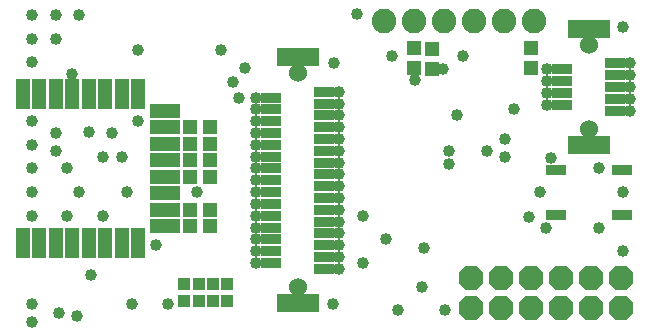
<source format=gts>
G75*
%MOIN*%
%OFA0B0*%
%FSLAX25Y25*%
%IPPOS*%
%LPD*%
%AMOC8*
5,1,8,0,0,1.08239X$1,22.5*
%
%ADD10R,0.03950X0.03950*%
%ADD11R,0.04737X0.05131*%
%ADD12R,0.10446X0.04737*%
%ADD13R,0.04737X0.10446*%
%ADD14C,0.08200*%
%ADD15R,0.05131X0.04737*%
%ADD16C,0.06000*%
%ADD17R,0.06706X0.03556*%
%ADD18R,0.14186X0.05918*%
%ADD19R,0.06800X0.03800*%
%ADD20OC8,0.08200*%
%ADD21C,0.03975*%
D10*
X0099031Y0025634D03*
X0103756Y0025634D03*
X0108480Y0025634D03*
X0113205Y0025634D03*
X0113205Y0031539D03*
X0108480Y0031539D03*
X0103756Y0031539D03*
X0099031Y0031539D03*
D11*
X0100803Y0050634D03*
X0107496Y0050634D03*
X0107496Y0056146D03*
X0100803Y0056146D03*
X0100803Y0067169D03*
X0107496Y0067169D03*
X0107496Y0072681D03*
X0100803Y0072681D03*
X0100803Y0078193D03*
X0100803Y0083705D03*
X0107496Y0083705D03*
X0107496Y0078193D03*
D12*
X0092713Y0078193D03*
X0092713Y0083705D03*
X0092713Y0089217D03*
X0092713Y0072681D03*
X0092713Y0067169D03*
X0092713Y0061657D03*
X0092713Y0056146D03*
X0092713Y0050634D03*
D13*
X0083677Y0045154D03*
X0078165Y0045142D03*
X0072654Y0045142D03*
X0067142Y0045142D03*
X0061630Y0045142D03*
X0056118Y0045142D03*
X0050606Y0045142D03*
X0045094Y0045142D03*
X0045094Y0094709D03*
X0050606Y0094709D03*
X0056118Y0094709D03*
X0061630Y0094709D03*
X0067142Y0094709D03*
X0072654Y0094709D03*
X0078165Y0094709D03*
X0083677Y0094709D03*
D14*
X0165567Y0119138D03*
X0175567Y0119138D03*
X0185567Y0119138D03*
X0195567Y0119138D03*
X0205567Y0119138D03*
X0215567Y0119138D03*
D15*
X0214717Y0109972D03*
X0214717Y0103280D03*
X0181709Y0103193D03*
X0175685Y0103280D03*
X0175685Y0109972D03*
X0181709Y0109886D03*
D16*
X0136794Y0101613D03*
X0136794Y0101606D03*
X0233772Y0111086D03*
X0233772Y0111094D03*
X0233772Y0083141D03*
X0233772Y0083133D03*
X0136794Y0030354D03*
X0136794Y0030346D03*
D17*
X0145652Y0036456D03*
X0145652Y0040393D03*
X0145652Y0044330D03*
X0145652Y0048267D03*
X0145652Y0052204D03*
X0145652Y0056141D03*
X0145652Y0060078D03*
X0145652Y0064015D03*
X0145652Y0067952D03*
X0145652Y0071889D03*
X0145652Y0075826D03*
X0145652Y0079763D03*
X0145652Y0083700D03*
X0145652Y0087637D03*
X0145652Y0091574D03*
X0145652Y0095511D03*
X0127935Y0093543D03*
X0127935Y0089606D03*
X0127935Y0085669D03*
X0127935Y0081731D03*
X0127935Y0077794D03*
X0127935Y0073857D03*
X0127935Y0069920D03*
X0127935Y0065983D03*
X0127935Y0062046D03*
X0127935Y0058109D03*
X0127935Y0054172D03*
X0127935Y0050235D03*
X0127935Y0046298D03*
X0127935Y0042361D03*
X0127935Y0038424D03*
X0224913Y0091212D03*
X0224913Y0095149D03*
X0224913Y0099086D03*
X0224913Y0103023D03*
X0242630Y0104991D03*
X0242630Y0101054D03*
X0242630Y0097117D03*
X0242630Y0093180D03*
X0242630Y0089243D03*
D18*
X0233772Y0077826D03*
X0233772Y0116409D03*
X0136794Y0106928D03*
X0136794Y0025039D03*
D19*
X0222854Y0054461D03*
X0222854Y0069461D03*
X0244854Y0069461D03*
X0244854Y0054461D03*
D20*
X0244701Y0033311D03*
X0234701Y0033311D03*
X0224701Y0033311D03*
X0214701Y0033311D03*
X0204701Y0033311D03*
X0194701Y0033311D03*
X0194701Y0023311D03*
X0204701Y0023311D03*
X0214701Y0023311D03*
X0224701Y0023311D03*
X0234701Y0023311D03*
X0244701Y0023311D03*
D21*
X0048244Y0018744D03*
X0048244Y0024650D03*
X0057299Y0021894D03*
X0063205Y0020713D03*
X0081709Y0024650D03*
X0093520Y0024650D03*
X0067929Y0034492D03*
X0089583Y0044335D03*
X0071866Y0054177D03*
X0063992Y0062051D03*
X0060055Y0054177D03*
X0048244Y0054177D03*
X0048244Y0062051D03*
X0048244Y0069925D03*
X0056118Y0075831D03*
X0056118Y0081736D03*
X0048244Y0077799D03*
X0048244Y0085673D03*
X0067142Y0082130D03*
X0075016Y0081736D03*
X0083677Y0085673D03*
X0078165Y0073862D03*
X0071866Y0073862D03*
X0060055Y0069925D03*
X0079740Y0062051D03*
X0103362Y0062051D03*
X0123047Y0062051D03*
X0123047Y0058114D03*
X0123047Y0054177D03*
X0123047Y0050240D03*
X0123047Y0046303D03*
X0123047Y0042366D03*
X0123047Y0038429D03*
X0148638Y0024650D03*
X0150606Y0036461D03*
X0150606Y0040398D03*
X0150606Y0044335D03*
X0150606Y0048272D03*
X0150606Y0052209D03*
X0150606Y0056146D03*
X0150606Y0060083D03*
X0150606Y0064020D03*
X0150606Y0067944D03*
X0150606Y0067957D03*
X0150606Y0071881D03*
X0150606Y0071894D03*
X0150606Y0075831D03*
X0150606Y0079768D03*
X0150606Y0083705D03*
X0150606Y0087629D03*
X0150606Y0087642D03*
X0150606Y0091579D03*
X0150606Y0095516D03*
X0149031Y0104965D03*
X0168323Y0107327D03*
X0175803Y0099453D03*
X0185252Y0102996D03*
X0191945Y0107327D03*
X0208874Y0089610D03*
X0219898Y0091185D03*
X0219898Y0095122D03*
X0219898Y0099059D03*
X0219898Y0102996D03*
X0245094Y0117169D03*
X0247457Y0104965D03*
X0247457Y0101028D03*
X0247457Y0097091D03*
X0247457Y0093154D03*
X0247457Y0089217D03*
X0237220Y0069925D03*
X0245094Y0062051D03*
X0237220Y0050240D03*
X0245094Y0042366D03*
X0219504Y0050240D03*
X0213992Y0053783D03*
X0217535Y0062051D03*
X0221079Y0073469D03*
X0205724Y0073862D03*
X0199819Y0075831D03*
X0205724Y0079768D03*
X0189976Y0087642D03*
X0187220Y0075831D03*
X0187220Y0071500D03*
X0158480Y0054177D03*
X0166354Y0046303D03*
X0158480Y0038429D03*
X0178165Y0030555D03*
X0170291Y0022681D03*
X0186039Y0022681D03*
X0178953Y0043547D03*
X0123047Y0065988D03*
X0123047Y0069925D03*
X0123047Y0073862D03*
X0123047Y0077799D03*
X0123047Y0081736D03*
X0123047Y0085673D03*
X0123047Y0089610D03*
X0123047Y0093547D03*
X0117142Y0093547D03*
X0115173Y0098665D03*
X0119110Y0103390D03*
X0111236Y0109295D03*
X0083677Y0109295D03*
X0063992Y0121106D03*
X0056118Y0121106D03*
X0048244Y0121106D03*
X0048244Y0113232D03*
X0056118Y0113232D03*
X0048244Y0105358D03*
X0061630Y0101421D03*
X0156512Y0121500D03*
M02*

</source>
